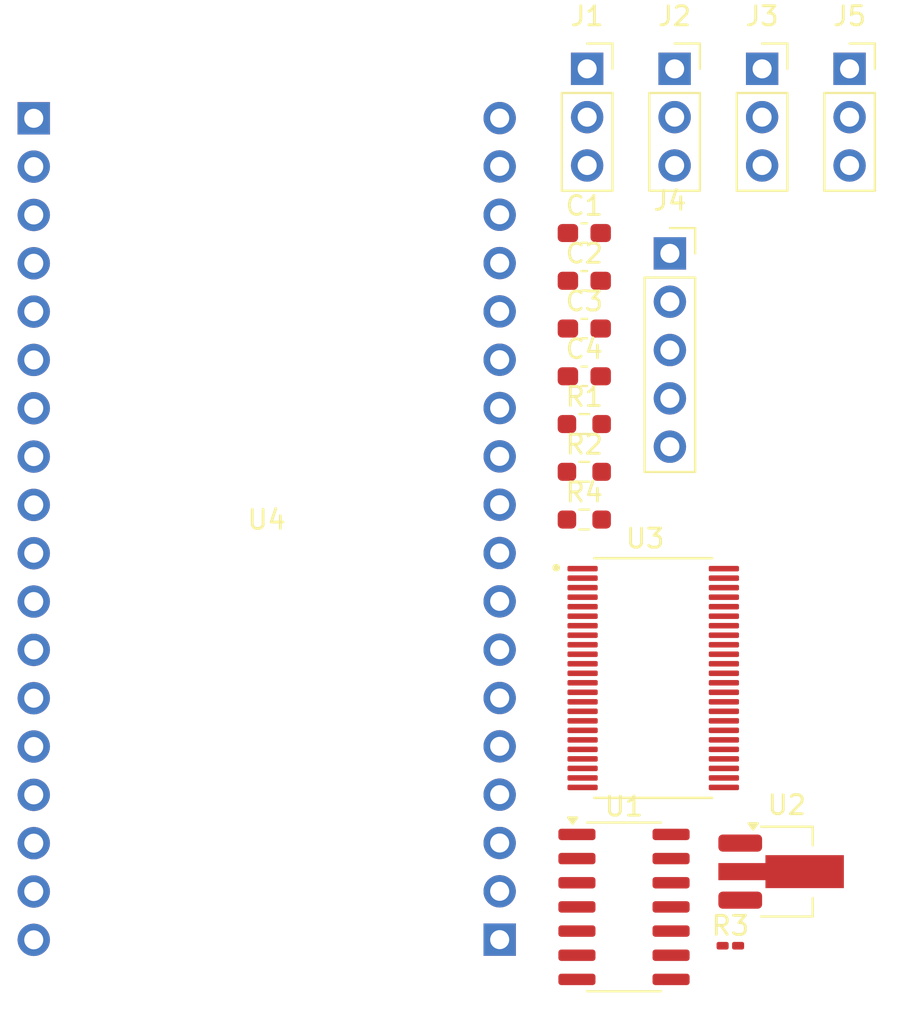
<source format=kicad_pcb>
(kicad_pcb (version 20240108) (generator "pcbnew") (generator_version "8.0")
  (layers (0 "F.Cu" signal) (31 "B.Cu" signal) (34 "B.Paste" user) (35 "F.Paste" user) (36 "B.SilkS" user "B.Silkscreen") (37 "F.SilkS" user "F.Silkscreen") (38 "B.Mask" user) (39 "F.Mask" user) (44 "Edge.Cuts" user))
  (net 0 "")
  (net 1 "VIN")
  (net 2 "GND")
  (net 3 "3V3")
  (net 4 "/PWM1")
  (net 5 "/PWM2")
  (net 7 "/UPDI")
  (net 8 "/UART_TX")
  (net 9 "/UART_RX")
  (net 10 "/PWM3")
  (net 11 "/SDA")
  (net 12 "/SCL")
  (net 13 "/VREAD")
  (net 14 "/B")
  (net 15 "/SW")
  (net 16 "/A")
  (net 17 "/15")
  (net 18 "/COM1")
  (net 19 "/14")
  (net 20 "/9")
  (net 21 "/30")
  (net 23 "/3")
  (net 24 "/COM2")
  (net 25 "/21")
  (net 26 "/8")
  (net 27 "/29")
  (net 28 "/22")
  (net 29 "/7")
  (net 30 "/18")
  (net 31 "/1")
  (net 32 "/20")
  (net 33 "/5")
  (net 34 "/35")
  (net 35 "/17")
  (net 37 "/33")
  (net 38 "/COM0")
  (net 39 "/4")
  (net 41 "/28")
  (net 42 "/6")
  (net 44 "/27")
  (net 45 "/12")
  (net 46 "/31")
  (net 47 "/13")
  (net 48 "/11")
  (net 50 "/COM3")
  (net 51 "/32")
  (net 52 "/0")
  (net 53 "/19")
  (net 54 "/10")
  (net 55 "/2")
  (net 56 "/16")
  (net 57 "/34")
  (footprint "servo_tester:SOP50P810X120-48N" (layer "F.Cu") (at 155.5125 115.93)
    (property "Reference" "U3" (at -0.425 -7.335 0) (layer "F.SilkS"))
    (property "Value" "PCF8551ATT_AJ")
    (fp_line (start -3.1 -6.3) (end 3.1 -6.3) (stroke (width 0.127)) (layer "F.SilkS"))
    (fp_line (start -3.1 6.3) (end 3.1 6.3) (stroke (width 0.127)) (layer "F.SilkS"))
    (fp_circle (center -5.1 -5.8) (end -5 -5.8) (stroke (width 0.2)) (fill none) (layer "F.SilkS"))
    (pad "1" smd roundrect (at -3.715 -5.75) (size 1.59 0.29) (layers "F.Cu" "F.Paste" "F.Mask") (net 46 "/31"))
    (pad "2" smd roundrect (at -3.715 -5.25) (size 1.59 0.29) (layers "F.Cu" "F.Paste" "F.Mask") (net 51 "/32"))
    (pad "3" smd roundrect (at -3.715 -4.75) (size 1.59 0.29) (layers "F.Cu" "F.Paste" "F.Mask") (net 37 "/33"))
    (pad "4" smd roundrect (at -3.715 -4.25) (size 1.59 0.29) (layers "F.Cu" "F.Paste" "F.Mask") (net 57 "/34"))
    (pad "5" smd roundrect (at -3.715 -3.75) (size 1.59 0.29) (layers "F.Cu" "F.Paste" "F.Mask") (net 34 "/35"))
    (pad "6" smd roundrect (at -3.715 -3.25) (size 1.59 0.29) (layers "F.Cu" "F.Paste" "F.Mask") (net 38 "/COM0"))
    (pad "7" smd roundrect (at -3.715 -2.75) (size 1.59 0.29) (layers "F.Cu" "F.Paste" "F.Mask") (net 18 "/COM1"))
    (pad "8" smd roundrect (at -3.715 -2.25) (size 1.59 0.29) (layers "F.Cu" "F.Paste" "F.Mask") (net 24 "/COM2"))
    (pad "9" smd roundrect (at -3.715 -1.75) (size 1.59 0.29) (layers "F.Cu" "F.Paste" "F.Mask") (net 50 "/COM3"))
    (pad "10" smd roundrect (at -3.715 -1.25) (size 1.59 0.29) (layers "F.Cu" "F.Paste" "F.Mask") (net 3 "3V3"))
    (pad "11" smd roundrect (at -3.715 -0.75) (size 1.59 0.29) (layers "F.Cu" "F.Paste" "F.Mask") (net 3 "3V3"))
    (pad "12" smd roundrect (at -3.715 -0.25) (size 1.59 0.29) (layers "F.Cu" "F.Paste" "F.Mask") (net 2 "GND"))
    (pad "13" smd roundrect (at -3.715 0.25) (size 1.59 0.29) (layers "F.Cu" "F.Paste" "F.Mask") (net 2 "GND"))
    (pad "14" smd roundrect (at -3.715 0.75) (size 1.59 0.29) (layers "F.Cu" "F.Paste" "F.Mask"))
    (pad "15" smd roundrect (at -3.715 1.25) (size 1.59 0.29) (layers "F.Cu" "F.Paste" "F.Mask") (net 12 "/SCL"))
    (pad "16" smd roundrect (at -3.715 1.75) (size 1.59 0.29) (layers "F.Cu" "F.Paste" "F.Mask") (net 11 "/SDA"))
    (pad "17" smd roundrect (at -3.715 2.25) (size 1.59 0.29) (layers "F.Cu" "F.Paste" "F.Mask") (net 3 "3V3"))
    (pad "18" smd roundrect (at -3.715 2.75) (size 1.59 0.29) (layers "F.Cu" "F.Paste" "F.Mask") (net 52 "/0"))
    (pad "19" smd roundrect (at -3.715 3.25) (size 1.59 0.29) (layers "F.Cu" "F.Paste" "F.Mask") (net 31 "/1"))
    (pad "20" smd roundrect (at -3.715 3.75) (size 1.59 0.29) (layers "F.Cu" "F.Paste" "F.Mask") (net 55 "/2"))
    (pad "21" smd roundrect (at -3.715 4.25) (size 1.59 0.29) (layers "F.Cu" "F.Paste" "F.Mask") (net 23 "/3"))
    (pad "22" smd roundrect (at -3.715 4.75) (size 1.59 0.29) (layers "F.Cu" "F.Paste" "F.Mask") (net 39 "/4"))
    (pad "23" smd roundrect (at -3.715 5.25) (size 1.59 0.29) (layers "F.Cu" "F.Paste" "F.Mask") (net 33 "/5"))
    (pad "24" smd roundrect (at -3.715 5.75) (size 1.59 0.29) (layers "F.Cu" "F.Paste" "F.Mask") (net 42 "/6"))
    (pad "25" smd roundrect (at 3.715 5.75) (size 1.59 0.29) (layers "F.Cu" "F.Paste" "F.Mask") (net 29 "/7"))
    (pad "26" smd roundrect (at 3.715 5.25) (size 1.59 0.29) (layers "F.Cu" "F.Paste" "F.Mask") (net 26 "/8"))
    (pad "27" smd roundrect (at 3.715 4.75) (size 1.59 0.29) (layers "F.Cu" "F.Paste" "F.Mask") (net 20 "/9"))
    (pad "28" smd roundrect (at 3.715 4.25) (size 1.59 0.29) (layers "F.Cu" "F.Paste" "F.Mask") (net 54 "/10"))
    (pad "29" smd roundrect (at 3.715 3.75) (size 1.59 0.29) (layers "F.Cu" "F.Paste" "F.Mask") (net 48 "/11"))
    (pad "30" smd roundrect (at 3.715 3.25) (size 1.59 0.29) (layers "F.Cu" "F.Paste" "F.Mask") (net 45 "/12"))
    (pad "31" smd roundrect (at 3.715 2.75) (size 1.59 0.29) (layers "F.Cu" "F.Paste" "F.Mask") (net 47 "/13"))
    (pad "32" smd roundrect (at 3.715 2.25) (size 1.59 0.29) (layers "F.Cu" "F.Paste" "F.Mask") (net 19 "/14"))
    (pad "33" smd roundrect (at 3.715 1.75) (size 1.59 0.29) (layers "F.Cu" "F.Paste" "F.Mask") (net 17 "/15"))
    (pad "34" smd roundrect (at 3.715 1.25) (size 1.59 0.29) (layers "F.Cu" "F.Paste" "F.Mask") (net 56 "/16"))
    (pad "35" smd roundrect (at 3.715 0.75) (size 1.59 0.29) (layers "F.Cu" "F.Paste" "F.Mask") (net 35 "/17"))
    (pad "36" smd roundrect (at 3.715 0.25) (size 1.59 0.29) (layers "F.Cu" "F.Paste" "F.Mask") (net 30 "/18"))
    (pad "37" smd roundrect (at 3.715 -0.25) (size 1.59 0.29) (layers "F.Cu" "F.Paste" "F.Mask") (net 53 "/19"))
    (pad "38" smd roundrect (at 3.715 -0.75) (size 1.59 0.29) (layers "F.Cu" "F.Paste" "F.Mask") (net 32 "/20"))
    (pad "39" smd roundrect (at 3.715 -1.25) (size 1.59 0.29) (layers "F.Cu" "F.Paste" "F.Mask") (net 25 "/21"))
    (pad "40" smd roundrect (at 3.715 -1.75) (size 1.59 0.29) (layers "F.Cu" "F.Paste" "F.Mask") (net 28 "/22"))
    (pad "41" smd roundrect (at 3.715 -2.25) (size 1.59 0.29) (layers "F.Cu" "F.Paste" "F.Mask"))
    (pad "42" smd roundrect (at 3.715 -2.75) (size 1.59 0.29) (layers "F.Cu" "F.Paste" "F.Mask"))
    (pad "43" smd roundrect (at 3.715 -3.25) (size 1.59 0.29) (layers "F.Cu" "F.Paste" "F.Mask"))
    (pad "44" smd roundrect (at 3.715 -3.75) (size 1.59 0.29) (layers "F.Cu" "F.Paste" "F.Mask"))
    (pad "45" smd roundrect (at 3.715 -4.25) (size 1.59 0.29) (layers "F.Cu" "F.Paste" "F.Mask") (net 44 "/27"))
    (pad "46" smd roundrect (at 3.715 -4.75) (size 1.59 0.29) (layers "F.Cu" "F.Paste" "F.Mask") (net 41 "/28"))
    (pad "47" smd roundrect (at 3.715 -5.25) (size 1.59 0.29) (layers "F.Cu" "F.Paste" "F.Mask") (net 27 "/29"))
    (pad "48" smd roundrect (at 3.715 -5.75) (size 1.59 0.29) (layers "F.Cu" "F.Paste" "F.Mask") (net 21 "/30"))
  )
  (footprint "Capacitor_SMD:C_0603_1608Metric_Pad1.08x0.95mm_HandSolder" (layer "F.Cu") (at 151.8875 92.54)
    (property "Reference" "C1" (at 0 -1.43 0) (layer "F.SilkS"))
    (property "Value" "1u")
    (fp_line (start -0.146267 -0.51) (end 0.146267 -0.51) (stroke (width 0.12)) (layer "F.SilkS"))
    (fp_line (start -0.146267 0.51) (end 0.146267 0.51) (stroke (width 0.12)) (layer "F.SilkS"))
    (pad "1" smd roundrect (at -0.8625 0) (size 1.075 0.95) (layers "F.Cu" "F.Paste" "F.Mask") (net 1 "VIN"))
    (pad "2" smd roundrect (at 0.8625 0) (size 1.075 0.95) (layers "F.Cu" "F.Paste" "F.Mask") (net 2 "GND"))
  )
  (footprint "servo_tester:VIM-878-DP" (layer "F.Cu") (at 135.1875 108.11)
    (property "Reference" "U4" (at 0 -0.5 0) (layer "F.SilkS"))
    (property "Value" "VIM-878-DP-FC-S-LV")
    (pad "1" thru_hole rect (at -12.25 -21.6) (size 1.7 1.7) (drill 1) (layers "*.Cu" "*.Mask") (net 28 "/22"))
    (pad "2" thru_hole oval (at -12.25 -19.06) (size 1.7 1.7) (drill 1) (layers "*.Cu" "*.Mask") (net 25 "/21"))
    (pad "3" thru_hole oval (at -12.25 -16.52) (size 1.7 1.7) (drill 1) (layers "*.Cu" "*.Mask") (net 32 "/20"))
    (pad "4" thru_hole oval (at -12.25 -13.98) (size 1.7 1.7) (drill 1) (layers "*.Cu" "*.Mask") (net 53 "/19"))
    (pad "5" thru_hole oval (at -12.25 -11.44) (size 1.7 1.7) (drill 1) (layers "*.Cu" "*.Mask") (net 30 "/18"))
    (pad "6" thru_hole oval (at -12.25 -8.9) (size 1.7 1.7) (drill 1) (layers "*.Cu" "*.Mask") (net 35 "/17"))
    (pad "7" thru_hole oval (at -12.25 -6.36) (size 1.7 1.7) (drill 1) (layers "*.Cu" "*.Mask") (net 56 "/16"))
    (pad "8" thru_hole oval (at -12.25 -3.82) (size 1.7 1.7) (drill 1) (layers "*.Cu" "*.Mask") (net 17 "/15"))
    (pad "9" thru_hole oval (at -12.25 -1.28) (size 1.7 1.7) (drill 1) (layers "*.Cu" "*.Mask") (net 19 "/14"))
    (pad "10" thru_hole oval (at -12.25 1.26) (size 1.7 1.7) (drill 1) (layers "*.Cu" "*.Mask") (net 47 "/13"))
    (pad "11" thru_hole oval (at -12.25 3.8) (size 1.7 1.7) (drill 1) (layers "*.Cu" "*.Mask") (net 45 "/12"))
    (pad "12" thru_hole oval (at -12.25 6.34) (size 1.7 1.7) (drill 1) (layers "*.Cu" "*.Mask") (net 48 "/11"))
    (pad "13" thru_hole oval (at -12.25 8.88) (size 1.7 1.7) (drill 1) (layers "*.Cu" "*.Mask") (net 54 "/10"))
    (pad "14" thru_hole oval (at -12.25 11.42) (size 1.7 1.7) (drill 1) (layers "*.Cu" "*.Mask") (net 20 "/9"))
    (pad "15" thru_hole oval (at -12.25 13.96) (size 1.7 1.7) (drill 1) (layers "*.Cu" "*.Mask") (net 26 "/8"))
    (pad "16" thru_hole oval (at -12.25 16.5) (size 1.7 1.7) (drill 1) (layers "*.Cu" "*.Mask") (net 29 "/7"))
    (pad "17" thru_hole oval (at -12.25 19.04) (size 1.7 1.7) (drill 1) (layers "*.Cu" "*.Mask") (net 38 "/COM0"))
    (pad "18" thru_hole oval (at -12.25 21.58) (size 1.7 1.7) (drill 1) (layers "*.Cu" "*.Mask") (net 18 "/COM1"))
    (pad "19" thru_hole rect (at 12.25 21.57 180) (size 1.7 1.7) (drill 1) (layers "*.Cu" "*.Mask") (net 24 "/COM2"))
    (pad "20" thru_hole oval (at 12.25 19.03 180) (size 1.7 1.7) (drill 1) (layers "*.Cu" "*.Mask") (net 50 "/COM3"))
    (pad "21" thru_hole oval (at 12.25 16.49 180) (size 1.7 1.7) (drill 1) (layers "*.Cu" "*.Mask") (net 42 "/6"))
    (pad "22" thru_hole oval (at 12.25 13.95 180) (size 1.7 1.7) (drill 1) (layers "*.Cu" "*.Mask") (net 33 "/5"))
    (pad "23" thru_hole oval (at 12.25 11.41 180) (size 1.7 1.7) (drill 1) (layers "*.Cu" "*.Mask") (net 39 "/4"))
    (pad "24" thru_hole oval (at 12.25 8.87 180) (size 1.7 1.7) (drill 1) (layers "*.Cu" "*.Mask") (net 23 "/3"))
    (pad "25" thru_hole oval (at 12.25 6.33 180) (size 1.7 1.7) (drill 1) (layers "*.Cu" "*.Mask") (net 55 "/2"))
    (pad "26" thru_hole oval (at 12.25 3.79 180) (size 1.7 1.7) (drill 1) (layers "*.Cu" "*.Mask") (net 31 "/1"))
    (pad "27" thru_hole oval (at 12.25 1.25 180) (size 1.7 1.7) (drill 1) (layers "*.Cu" "*.Mask") (net 52 "/0"))
    (pad "28" thru_hole oval (at 12.25 -1.29 180) (size 1.7 1.7) (drill 1) (layers "*.Cu" "*.Mask") (net 34 "/35"))
    (pad "29" thru_hole oval (at 12.25 -3.83 180) (size 1.7 1.7) (drill 1) (layers "*.Cu" "*.Mask") (net 57 "/34"))
    (pad "30" thru_hole oval (at 12.25 -6.37 180) (size 1.7 1.7) (drill 1) (layers "*.Cu" "*.Mask") (net 37 "/33"))
    (pad "31" thru_hole oval (at 12.25 -8.91 180) (size 1.7 1.7) (drill 1) (layers "*.Cu" "*.Mask") (net 51 "/32"))
    (pad "32" thru_hole oval (at 12.25 -11.45 180) (size 1.7 1.7) (drill 1) (layers "*.Cu" "*.Mask") (net 46 "/31"))
    (pad "33" thru_hole oval (at 12.25 -13.99 180) (size 1.7 1.7) (drill 1) (layers "*.Cu" "*.Mask") (net 44 "/27"))
    (pad "34" thru_hole oval (at 12.25 -16.53 180) (size 1.7 1.7) (drill 1) (layers "*.Cu" "*.Mask") (net 41 "/28"))
    (pad "35" thru_hole oval (at 12.25 -19.07 180) (size 1.7 1.7) (drill 1) (layers "*.Cu" "*.Mask") (net 27 "/29"))
    (pad "36" thru_hole oval (at 12.25 -21.61 180) (size 1.7 1.7) (drill 1) (layers "*.Cu" "*.Mask") (net 21 "/30"))
  )
  (footprint "Resistor_SMD:R_0603_1608Metric_Pad0.98x0.95mm_HandSolder" (layer "F.Cu") (at 151.8875 107.6)
    (property "Reference" "R4" (at 0 -1.43 0) (layer "F.SilkS"))
    (property "Value" "4.7k")
    (fp_line (start -0.254724 -0.5225) (end 0.254724 -0.5225) (stroke (width 0.12)) (layer "F.SilkS"))
    (fp_line (start -0.254724 0.5225) (end 0.254724 0.5225) (stroke (width 0.12)) (layer "F.SilkS"))
    (pad "1" smd roundrect (at -0.9125 0) (size 0.975 0.95) (layers "F.Cu" "F.Paste" "F.Mask") (net 13 "/VREAD"))
    (pad "2" smd roundrect (at 0.9125 0) (size 0.975 0.95) (layers "F.Cu" "F.Paste" "F.Mask") (net 2 "GND"))
  )
  (footprint "Capacitor_SMD:C_0603_1608Metric_Pad1.08x0.95mm_HandSolder" (layer "F.Cu") (at 151.8875 97.56)
    (property "Reference" "C3" (at 0 -1.43 0) (layer "F.SilkS"))
    (property "Value" "100n")
    (fp_line (start -0.146267 -0.51) (end 0.146267 -0.51) (stroke (width 0.12)) (layer "F.SilkS"))
    (fp_line (start -0.146267 0.51) (end 0.146267 0.51) (stroke (width 0.12)) (layer "F.SilkS"))
    (pad "1" smd roundrect (at -0.8625 0) (size 1.075 0.95) (layers "F.Cu" "F.Paste" "F.Mask") (net 3 "3V3"))
    (pad "2" smd roundrect (at 0.8625 0) (size 1.075 0.95) (layers "F.Cu" "F.Paste" "F.Mask") (net 2 "GND"))
  )
  (footprint "Connector_PinSocket_2.54mm:PinSocket_1x03_P2.54mm_Vertical" (layer "F.Cu") (at 161.2375 83.91)
    (property "Reference" "J3" (at 0 -2.77 0) (layer "F.SilkS"))
    (property "Value" "Power In")
    (fp_line (start -1.33 1.27) (end -1.33 6.41) (stroke (width 0.12)) (layer "F.SilkS"))
    (fp_line (start -1.33 1.27) (end 1.33 1.27) (stroke (width 0.12)) (layer "F.SilkS"))
    (fp_line (start -1.33 6.41) (end 1.33 6.41) (stroke (width 0.12)) (layer "F.SilkS"))
    (fp_line (start 0 -1.33) (end 1.33 -1.33) (stroke (width 0.12)) (layer "F.SilkS"))
    (fp_line (start 1.33 -1.33) (end 1.33 0) (stroke (width 0.12)) (layer "F.SilkS"))
    (fp_line (start 1.33 1.27) (end 1.33 6.41) (stroke (width 0.12)) (layer "F.SilkS"))
    (pad "1" thru_hole rect (at 0 0) (size 1.7 1.7) (drill 1) (layers "*.Cu" "*.Mask"))
    (pad "2" thru_hole oval (at 0 2.54) (size 1.7 1.7) (drill 1) (layers "*.Cu" "*.Mask") (net 1 "VIN"))
    (pad "3" thru_hole oval (at 0 5.08) (size 1.7 1.7) (drill 1) (layers "*.Cu" "*.Mask") (net 2 "GND"))
  )
  (footprint "Connector_PinSocket_2.54mm:PinSocket_1x03_P2.54mm_Vertical" (layer "F.Cu") (at 165.8375 83.91)
    (property "Reference" "J5" (at 0 -2.77 0) (layer "F.SilkS"))
    (property "Value" "Servo 3")
    (fp_line (start -1.33 1.27) (end -1.33 6.41) (stroke (width 0.12)) (layer "F.SilkS"))
    (fp_line (start -1.33 1.27) (end 1.33 1.27) (stroke (width 0.12)) (layer "F.SilkS"))
    (fp_line (start -1.33 6.41) (end 1.33 6.41) (stroke (width 0.12)) (layer "F.SilkS"))
    (fp_line (start 0 -1.33) (end 1.33 -1.33) (stroke (width 0.12)) (layer "F.SilkS"))
    (fp_line (start 1.33 -1.33) (end 1.33 0) (stroke (width 0.12)) (layer "F.SilkS"))
    (fp_line (start 1.33 1.27) (end 1.33 6.41) (stroke (width 0.12)) (layer "F.SilkS"))
    (pad "1" thru_hole rect (at 0 0) (size 1.7 1.7) (drill 1) (layers "*.Cu" "*.Mask") (net 10 "/PWM3"))
    (pad "2" thru_hole oval (at 0 2.54) (size 1.7 1.7) (drill 1) (layers "*.Cu" "*.Mask") (net 1 "VIN"))
    (pad "3" thru_hole oval (at 0 5.08) (size 1.7 1.7) (drill 1) (layers "*.Cu" "*.Mask") (net 2 "GND"))
  )
  (footprint "Package_TO_SOT_SMD:SOT-89-3_Handsoldering" (layer "F.Cu") (at 162.5375 126.105)
    (property "Reference" "U2" (at 0 -3.5 0) (layer "F.SilkS"))
    (property "Value" "AP2205-33Y-13")
    (fp_line (start -1.36 -2.36) (end 1.36 -2.36) (stroke (width 0.12)) (layer "F.SilkS"))
    (fp_line (start -1.22 -2.36) (end 1.36 -2.36) (stroke (width 0.12)) (layer "F.SilkS"))
    (fp_line (start 1.36 -1.38) (end 1.36 -2.36) (stroke (width 0.12)) (layer "F.SilkS"))
    (fp_line (start 1.36 1.38) (end 1.36 2.36) (stroke (width 0.12)) (layer "F.SilkS"))
    (fp_line (start 1.36 2.36) (end -1.36 2.36) (stroke (width 0.12)) (layer "F.SilkS"))
    (fp_poly (pts (xy -1.77 -2.21) (xy -2.01 -2.54) (xy -1.53 -2.54) (xy -1.77 -2.21)) (stroke (width 0.12)) (fill solid) (layer "F.SilkS"))
    (pad "1" smd roundrect (at -2.45 -1.5) (size 2.3 0.9) (layers "F.Cu" "F.Paste" "F.Mask") (net 1 "VIN"))
    (pad "2" smd custom (at -2.3625 0) (size 2.475 0.9) (layers "F.Cu" "F.Paste" "F.Mask") (net 2 "GND") (options (clearance outline) (anchor rect)) (primitives (gr_poly (pts (xy 5.3625 0.8665) (xy 1.2375 0.8665) (xy 1.2375 -0.8665) (xy 5.3625 -0.8665)) (width 0) (fill yes))))
    (pad "3" smd roundrect (at -2.45 1.5) (size 2.3 0.9) (layers "F.Cu" "F.Paste" "F.Mask") (net 3 "3V3"))
  )
  (footprint "Resistor_SMD:R_0603_1608Metric_Pad0.98x0.95mm_HandSolder" (layer "F.Cu") (at 151.8875 105.09)
    (property "Reference" "R2" (at 0 -1.43 0) (layer "F.SilkS"))
    (property "Value" "4.7k")
    (fp_line (start -0.254724 -0.5225) (end 0.254724 -0.5225) (stroke (width 0.12)) (layer "F.SilkS"))
    (fp_line (start -0.254724 0.5225) (end 0.254724 0.5225) (stroke (width 0.12)) (layer "F.SilkS"))
    (pad "1" smd roundrect (at -0.9125 0) (size 0.975 0.95) (layers "F.Cu" "F.Paste" "F.Mask") (net 3 "3V3"))
    (pad "2" smd roundrect (at 0.9125 0) (size 0.975 0.95) (layers "F.Cu" "F.Paste" "F.Mask") (net 12 "/SCL"))
  )
  (footprint "Resistor_SMD:R_0201_0603Metric_Pad0.64x0.40mm_HandSolder" (layer "F.Cu") (at 159.5675 130)
    (property "Reference" "R3" (at 0 -1.05 0) (layer "F.SilkS"))
    (property "Value" "15k")
    (pad "1" smd roundrect (at -0.4075 0) (size 0.635 0.4) (layers "F.Cu" "F.Mask") (net 1 "VIN"))
    (pad "2" smd roundrect (at 0.4075 0) (size 0.635 0.4) (layers "F.Cu" "F.Mask") (net 13 "/VREAD"))
  )
  (footprint "Connector_PinSocket_2.54mm:PinSocket_1x03_P2.54mm_Vertical" (layer "F.Cu") (at 156.6375 83.91)
    (property "Reference" "J2" (at 0 -2.77 0) (layer "F.SilkS"))
    (property "Value" "Servo 2")
    (fp_line (start -1.33 1.27) (end -1.33 6.41) (stroke (width 0.12)) (layer "F.SilkS"))
    (fp_line (start -1.33 1.27) (end 1.33 1.27) (stroke (width 0.12)) (layer "F.SilkS"))
    (fp_line (start -1.33 6.41) (end 1.33 6.41) (stroke (width 0.12)) (layer "F.SilkS"))
    (fp_line (start 0 -1.33) (end 1.33 -1.33) (stroke (width 0.12)) (layer "F.SilkS"))
    (fp_line (start 1.33 -1.33) (end 1.33 0) (stroke (width 0.12)) (layer "F.SilkS"))
    (fp_line (start 1.33 1.27) (end 1.33 6.41) (stroke (width 0.12)) (layer "F.SilkS"))
    (pad "1" thru_hole rect (at 0 0) (size 1.7 1.7) (drill 1) (layers "*.Cu" "*.Mask") (net 5 "/PWM2"))
    (pad "2" thru_hole oval (at 0 2.54) (size 1.7 1.7) (drill 1) (layers "*.Cu" "*.Mask") (net 1 "VIN"))
    (pad "3" thru_hole oval (at 0 5.08) (size 1.7 1.7) (drill 1) (layers "*.Cu" "*.Mask") (net 2 "GND"))
  )
  (footprint "Resistor_SMD:R_0603_1608Metric_Pad0.98x0.95mm_HandSolder" (layer "F.Cu") (at 151.8875 102.58)
    (property "Reference" "R1" (at 0 -1.43 0) (layer "F.SilkS"))
    (property "Value" "4.7k")
    (fp_line (start -0.254724 -0.5225) (end 0.254724 -0.5225) (stroke (width 0.12)) (layer "F.SilkS"))
    (fp_line (start -0.254724 0.5225) (end 0.254724 0.5225) (stroke (width 0.12)) (layer "F.SilkS"))
    (pad "1" smd roundrect (at -0.9125 0) (size 0.975 0.95) (layers "F.Cu" "F.Paste" "F.Mask") (net 3 "3V3"))
    (pad "2" smd roundrect (at 0.9125 0) (size 0.975 0.95) (layers "F.Cu" "F.Paste" "F.Mask") (net 11 "/SDA"))
  )
  (footprint "Connector_PinSocket_2.54mm:PinSocket_1x03_P2.54mm_Vertical" (layer "F.Cu") (at 152.0375 83.91)
    (property "Reference" "J1" (at 0 -2.77 0) (layer "F.SilkS"))
    (property "Value" "Servo 1")
    (fp_line (start -1.33 1.27) (end -1.33 6.41) (stroke (width 0.12)) (layer "F.SilkS"))
    (fp_line (start -1.33 1.27) (end 1.33 1.27) (stroke (width 0.12)) (layer "F.SilkS"))
    (fp_line (start -1.33 6.41) (end 1.33 6.41) (stroke (width 0.12)) (layer "F.SilkS"))
    (fp_line (start 0 -1.33) (end 1.33 -1.33) (stroke (width 0.12)) (layer "F.SilkS"))
    (fp_line (start 1.33 -1.33) (end 1.33 0) (stroke (width 0.12)) (layer "F.SilkS"))
    (fp_line (start 1.33 1.27) (end 1.33 6.41) (stroke (width 0.12)) (layer "F.SilkS"))
    (pad "1" thru_hole rect (at 0 0) (size 1.7 1.7) (drill 1) (layers "*.Cu" "*.Mask") (net 4 "/PWM1"))
    (pad "2" thru_hole oval (at 0 2.54) (size 1.7 1.7) (drill 1) (layers "*.Cu" "*.Mask") (net 1 "VIN"))
    (pad "3" thru_hole oval (at 0 5.08) (size 1.7 1.7) (drill 1) (layers "*.Cu" "*.Mask") (net 2 "GND"))
  )
  (footprint "Capacitor_SMD:C_0603_1608Metric_Pad1.08x0.95mm_HandSolder" (layer "F.Cu") (at 151.8875 100.07)
    (property "Reference" "C4" (at 0 -1.43 0) (layer "F.SilkS"))
    (property "Value" "100n")
    (fp_line (start -0.146267 -0.51) (end 0.146267 -0.51) (stroke (width 0.12)) (layer "F.SilkS"))
    (fp_line (start -0.146267 0.51) (end 0.146267 0.51) (stroke (width 0.12)) (layer "F.SilkS"))
    (pad "1" smd roundrect (at -0.8625 0) (size 1.075 0.95) (layers "F.Cu" "F.Paste" "F.Mask") (net 3 "3V3"))
    (pad "2" smd roundrect (at 0.8625 0) (size 1.075 0.95) (layers "F.Cu" "F.Paste" "F.Mask") (net 2 "GND"))
  )
  (footprint "Package_SO:SOIC-14_3.9x8.7mm_P1.27mm" (layer "F.Cu") (at 153.975 127.96)
    (property "Reference" "U1" (at 0 -5.28 0) (layer "F.SilkS"))
    (property "Value" "ATtiny404-SS")
    (fp_line (start 0 -4.435) (end -1.95 -4.435) (stroke (width 0.12)) (layer "F.SilkS"))
    (fp_line (start 0 -4.435) (end 1.95 -4.435) (stroke (width 0.12)) (layer "F.SilkS"))
    (fp_line (start 0 4.435) (end -1.95 4.435) (stroke (width 0.12)) (layer "F.SilkS"))
    (fp_line (start 0 4.435) (end 1.95 4.435) (stroke (width 0.12)) (layer "F.SilkS"))
    (fp_poly (pts (xy -2.7 -4.37) (xy -2.94 -4.7) (xy -2.46 -4.7) (xy -2.7 -4.37)) (stroke (width 0.12)) (fill solid) (layer "F.SilkS"))
    (pad "1" smd roundrect (at -2.475 -3.81) (size 1.95 0.6) (layers "F.Cu" "F.Paste" "F.Mask") (net 3 "3V3"))
    (pad "2" smd roundrect (at -2.475 -2.54) (size 1.95 0.6) (layers "F.Cu" "F.Paste" "F.Mask") (net 5 "/PWM2"))
    (pad "3" smd roundrect (at -2.475 -1.27) (size 1.95 0.6) (layers "F.Cu" "F.Paste" "F.Mask") (net 4 "/PWM1"))
    (pad "4" smd roundrect (at -2.475 0) (size 1.95 0.6) (layers "F.Cu" "F.Paste" "F.Mask") (net 14 "/B"))
    (pad "5" smd roundrect (at -2.475 1.27) (size 1.95 0.6) (layers "F.Cu" "F.Paste" "F.Mask") (net 13 "/VREAD"))
    (pad "6" smd roundrect (at -2.475 2.54) (size 1.95 0.6) (layers "F.Cu" "F.Paste" "F.Mask") (net 9 "/UART_RX"))
    (pad "7" smd roundrect (at -2.475 3.81) (size 1.95 0.6) (layers "F.Cu" "F.Paste" "F.Mask") (net 8 "/UART_TX"))
    (pad "8" smd roundrect (at 2.475 3.81) (size 1.95 0.6) (layers "F.Cu" "F.Paste" "F.Mask") (net 11 "/SDA"))
    (pad "9" smd roundrect (at 2.475 2.54) (size 1.95 0.6) (layers "F.Cu" "F.Paste" "F.Mask") (net 12 "/SCL"))
    (pad "10" smd roundrect (at 2.475 1.27) (size 1.95 0.6) (layers "F.Cu" "F.Paste" "F.Mask") (net 7 "/UPDI"))
    (pad "11" smd roundrect (at 2.475 0) (size 1.95 0.6) (layers "F.Cu" "F.Paste" "F.Mask") (net 15 "/SW"))
    (pad "12" smd roundrect (at 2.475 -1.27) (size 1.95 0.6) (layers "F.Cu" "F.Paste" "F.Mask") (net 16 "/A"))
    (pad "13" smd roundrect (at 2.475 -2.54) (size 1.95 0.6) (layers "F.Cu" "F.Paste" "F.Mask") (net 10 "/PWM3"))
    (pad "14" smd roundrect (at 2.475 -3.81) (size 1.95 0.6) (layers "F.Cu" "F.Paste" "F.Mask") (net 2 "GND"))
  )
  (footprint "Capacitor_SMD:C_0603_1608Metric_Pad1.08x0.95mm_HandSolder" (layer "F.Cu") (at 151.8875 95.05)
    (property "Reference" "C2" (at 0 -1.43 0) (layer "F.SilkS"))
    (property "Value" "2.2u")
    (fp_line (start -0.146267 -0.51) (end 0.146267 -0.51) (stroke (width 0.12)) (layer "F.SilkS"))
    (fp_line (start -0.146267 0.51) (end 0.146267 0.51) (stroke (width 0.12)) (layer "F.SilkS"))
    (pad "1" smd roundrect (at -0.8625 0) (size 1.075 0.95) (layers "F.Cu" "F.Paste" "F.Mask") (net 3 "3V3"))
    (pad "2" smd roundrect (at 0.8625 0) (size 1.075 0.95) (layers "F.Cu" "F.Paste" "F.Mask") (net 2 "GND"))
  )
  (footprint "Connector_PinSocket_2.54mm:PinSocket_1x05_P2.54mm_Vertical" (layer "F.Cu") (at 156.3875 93.61)
    (property "Reference" "J4" (at 0 -2.77 0) (layer "F.SilkS"))
    (property "Value" "Prog")
    (fp_line (start -1.33 1.27) (end -1.33 11.49) (stroke (width 0.12)) (layer "F.SilkS"))
    (fp_line (start -1.33 1.27) (end 1.33 1.27) (stroke (width 0.12)) (layer "F.SilkS"))
    (fp_line (start -1.33 11.49) (end 1.33 11.49) (stroke (width 0.12)) (layer "F.SilkS"))
    (fp_line (start 0 -1.33) (end 1.33 -1.33) (stroke (width 0.12)) (layer "F.SilkS"))
    (fp_line (start 1.33 -1.33) (end 1.33 0) (stroke (width 0.12)) (layer "F.SilkS"))
    (fp_line (start 1.33 1.27) (end 1.33 11.49) (stroke (width 0.12)) (layer "F.SilkS"))
    (pad "1" thru_hole rect (at 0 0) (size 1.7 1.7) (drill 1) (layers "*.Cu" "*.Mask") (net 7 "/UPDI"))
    (pad "2" thru_hole oval (at 0 2.54) (size 1.7 1.7) (drill 1) (layers "*.Cu" "*.Mask") (net 3 "3V3"))
    (pad "3" thru_hole oval (at 0 5.08) (size 1.7 1.7) (drill 1) (layers "*.Cu" "*.Mask") (net 2 "GND"))
    (pad "4" thru_hole oval (at 0 7.62) (size 1.7 1.7) (drill 1) (layers "*.Cu" "*.Mask") (net 9 "/UART_RX"))
    (pad "5" thru_hole oval (at 0 10.16) (size 1.7 1.7) (drill 1) (layers "*.Cu" "*.Mask") (net 8 "/UART_TX"))
  )
)
</source>
